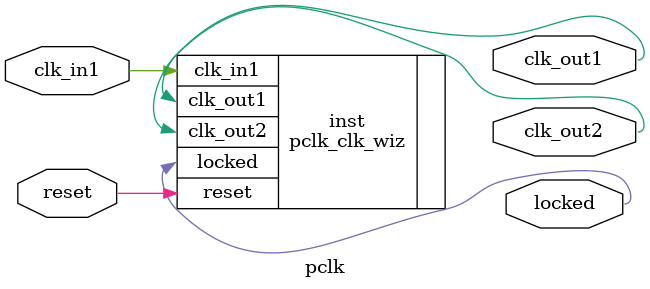
<source format=v>


`timescale 1ps/1ps

(* CORE_GENERATION_INFO = "pclk,clk_wiz_v6_0_14_0_0,{component_name=pclk,use_phase_alignment=true,use_min_o_jitter=false,use_max_i_jitter=false,use_dyn_phase_shift=false,use_inclk_switchover=false,use_dyn_reconfig=false,enable_axi=0,feedback_source=FDBK_AUTO,PRIMITIVE=MMCM,num_out_clk=2,clkin1_period=10.000,clkin2_period=10.000,use_power_down=false,use_reset=true,use_locked=true,use_inclk_stopped=false,feedback_type=SINGLE,CLOCK_MGR_TYPE=NA,manual_override=false}" *)

module pclk 
 (
  // Clock out ports
  output        clk_out1,
  output        clk_out2,
  // Status and control signals
  input         reset,
  output        locked,
 // Clock in ports
  input         clk_in1
 );

  pclk_clk_wiz inst
  (
  // Clock out ports  
  .clk_out1(clk_out1),
  .clk_out2(clk_out2),
  // Status and control signals               
  .reset(reset), 
  .locked(locked),
 // Clock in ports
  .clk_in1(clk_in1)
  );

endmodule

</source>
